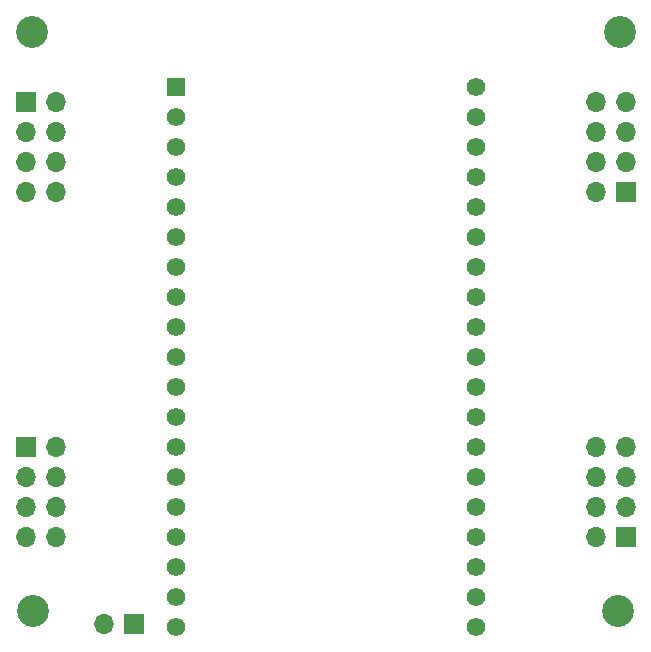
<source format=gbr>
%TF.GenerationSoftware,KiCad,Pcbnew,9.0.0*%
%TF.CreationDate,2025-03-14T15:45:12-07:00*%
%TF.ProjectId,TouchDRO,546f7563-6844-4524-9f2e-6b696361645f,0.2*%
%TF.SameCoordinates,Original*%
%TF.FileFunction,Soldermask,Bot*%
%TF.FilePolarity,Negative*%
%FSLAX46Y46*%
G04 Gerber Fmt 4.6, Leading zero omitted, Abs format (unit mm)*
G04 Created by KiCad (PCBNEW 9.0.0) date 2025-03-14 15:45:12*
%MOMM*%
%LPD*%
G01*
G04 APERTURE LIST*
%ADD10C,2.700000*%
%ADD11R,1.700000X1.700000*%
%ADD12O,1.700000X1.700000*%
%ADD13R,1.560000X1.560000*%
%ADD14C,1.560000*%
G04 APERTURE END LIST*
D10*
%TO.C,REF\u002A\u002A*%
X48895000Y-90043000D03*
%TD*%
D11*
%TO.C,J4*%
X99060000Y-54610000D03*
D12*
X96520000Y-54610000D03*
X99060000Y-52070000D03*
X96520000Y-52070000D03*
X99060000Y-49530000D03*
X96520000Y-49530000D03*
X99060000Y-46990000D03*
X96520000Y-46990000D03*
%TD*%
D13*
%TO.C,ESP32*%
X60960000Y-45720000D03*
D14*
X60960000Y-48260000D03*
X60960000Y-50800000D03*
X60960000Y-53340000D03*
X60960000Y-55880000D03*
X60960000Y-58420000D03*
X60960000Y-60960000D03*
X60960000Y-63500000D03*
X60960000Y-66040000D03*
X60960000Y-68580000D03*
X60960000Y-71120000D03*
X60960000Y-73660000D03*
X60960000Y-76200000D03*
X60960000Y-78740000D03*
X60960000Y-81280000D03*
X60960000Y-83820000D03*
X60960000Y-86360000D03*
X60960000Y-88900000D03*
X60960000Y-91440000D03*
X86360000Y-45720000D03*
X86360000Y-48260000D03*
X86360000Y-50800000D03*
X86360000Y-53340000D03*
X86360000Y-55880000D03*
X86360000Y-58420000D03*
X86360000Y-60960000D03*
X86360000Y-63500000D03*
X86360000Y-66040000D03*
X86360000Y-68580000D03*
X86360000Y-71120000D03*
X86360000Y-73660000D03*
X86360000Y-76200000D03*
X86360000Y-78740000D03*
X86360000Y-81280000D03*
X86360000Y-83820000D03*
X86360000Y-86360000D03*
X86360000Y-88900000D03*
X86360000Y-91440000D03*
%TD*%
D11*
%TO.C,J1*%
X48260000Y-46990000D03*
D12*
X50800000Y-46990000D03*
X48260000Y-49530000D03*
X50800000Y-49530000D03*
X48260000Y-52070000D03*
X50800000Y-52070000D03*
X48260000Y-54610000D03*
X50800000Y-54610000D03*
%TD*%
D11*
%TO.C,J2*%
X48255000Y-76210000D03*
D12*
X50795000Y-76210000D03*
X48255000Y-78750000D03*
X50795000Y-78750000D03*
X48255000Y-81290000D03*
X50795000Y-81290000D03*
X48255000Y-83830000D03*
X50795000Y-83830000D03*
%TD*%
D10*
%TO.C,REF\u002A\u002A*%
X98425000Y-90043000D03*
%TD*%
D11*
%TO.C,J5*%
X57409000Y-91135200D03*
D12*
X54869000Y-91135200D03*
%TD*%
D11*
%TO.C,J3*%
X99060000Y-83820000D03*
D12*
X96520000Y-83820000D03*
X99060000Y-81280000D03*
X96520000Y-81280000D03*
X99060000Y-78740000D03*
X96520000Y-78740000D03*
X99060000Y-76200000D03*
X96520000Y-76200000D03*
%TD*%
D10*
%TO.C,REF\u002A\u002A*%
X48768000Y-41021000D03*
%TD*%
%TO.C,REF\u002A\u002A*%
X98552000Y-41021000D03*
%TD*%
M02*

</source>
